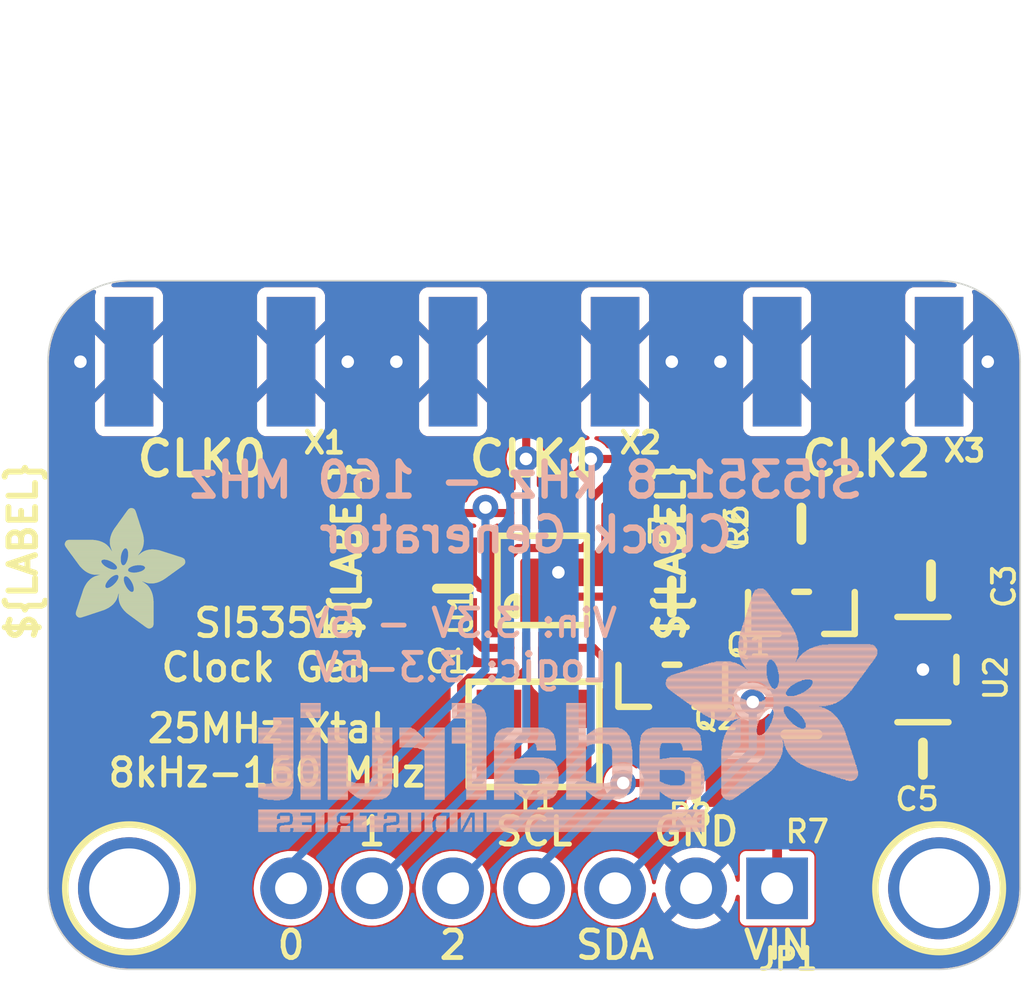
<source format=kicad_pcb>
(kicad_pcb (version 20221018) (generator pcbnew)
  (layers (0 "F.Cu" signal) (31 "B.Cu" signal) (34 "B.Paste" user) (35 "F.Paste" user) (36 "B.SilkS" user "B.Silkscreen") (37 "F.SilkS" user "F.Silkscreen") (38 "B.Mask" user) (39 "F.Mask" user) (44 "Edge.Cuts" user))
  (net 0 "")
  (net 1 "N$1")
  (net 2 "N$2")
  (net 3 "GND")
  (net 4 "CLK2")
  (net 5 "CLK1")
  (net 6 "CLK0")
  (net 7 "VDD")
  (net 8 "SCL_3V")
  (net 9 "SDA_3V")
  (net 10 "SDA_5V")
  (net 11 "SCL_5V")
  (net 12 "VIN")
  (footprint "working:SOT23-WIDE" (layer "F.Cu") (at 152.8191 106.9086 180)
    (fp_text reference "Q2" (at -2.159 -1.016) (layer "F.SilkS") (effects (font (size 0.692831 0.692831) (thickness 0.119969)) (justify right)))
    (fp_text value "BSS138")
    (pad "1" smd rect (at -0.95 1 180) (size 1 1.2) (layers "F.Cu" "F.Paste" "F.Mask") (net 7 "VDD"))
    (pad "2" smd rect (at 0.95 1 180) (size 1 1.2) (layers "F.Cu" "F.Paste" "F.Mask") (net 8 "SCL_3V"))
    (pad "3" smd rect (at 0 -1 180) (size 1 1.2) (layers "F.Cu" "F.Paste" "F.Mask") (net 11 "SCL_5V"))
  )
  (footprint "working:SMA_EDGELAUNCH" (layer "F.Cu") (at 138.3411 94.7166 -90)
    (fp_text reference "X1" (at 4.572 -4.318) (layer "F.SilkS") (effects (font (size 0.662838 0.662838) (thickness 0.149962)) (justify right)))
    (fp_text value "")
    (fp_text user "${LABEL}" (at 5.08 6.35 -90) (layer "F.SilkS") (effects (font (size 0.83312 0.83312) (thickness 0.18288)) (justify right top)))
    (pad "GND@1" smd rect (at 2.032 2.54) (size 1.524 4.064) (layers "F.Cu" "F.Mask") (net 3 "GND"))
    (pad "GND@2" smd rect (at 2.032 -2.54) (size 1.524 4.064) (layers "F.Cu" "F.Mask") (net 3 "GND"))
    (pad "GND@3" smd rect (at 2.032 -2.54) (size 1.524 4.064) (layers "B.Cu" "B.Mask") (net 3 "GND"))
    (pad "GND@4" smd rect (at 2.032 2.54) (size 1.524 4.064) (layers "B.Cu" "B.Mask") (net 3 "GND"))
    (pad "P" smd rect (at 2.032 0) (size 1.27 4.064) (layers "F.Cu" "F.Mask") (net 6 "CLK0"))
  )
  (footprint "working:0805-NO" (layer "F.Cu") (at 152.8191 104.1146)
    (fp_text reference "R5" (at 0.5715 -2.032) (layer "F.SilkS") (effects (font (size 0.692831 0.692831) (thickness 0.119969)) (justify right)))
    (fp_text value "10K")
    (pad "1" smd rect (at -0.95 0) (size 1.3 1.5) (layers "F.Cu" "F.Paste" "F.Mask") (net 8 "SCL_3V"))
    (pad "2" smd rect (at 0.95 0) (size 1.3 1.5) (layers "F.Cu" "F.Paste" "F.Mask") (net 7 "VDD"))
  )
  (footprint "working:0805-NO" (layer "F.Cu") (at 152.8191 102.0826 180)
    (fp_text reference "C2" (at -2.032 0.8255 90) (layer "F.SilkS") (effects (font (size 0.692831 0.692831) (thickness 0.119969)) (justify right)))
    (fp_text value "0.47uF")
    (pad "1" smd rect (at -0.95 0 180) (size 1.3 1.5) (layers "F.Cu" "F.Paste" "F.Mask") (net 7 "VDD"))
    (pad "2" smd rect (at 0.95 0 180) (size 1.3 1.5) (layers "F.Cu" "F.Paste" "F.Mask") (net 3 "GND"))
  )
  (footprint "working:ADAFRUIT_3.5MM" (layer "F.Cu") (at 133.7691 105.1306)
    (fp_text reference "U$12" hide)
    (fp_text value "" hide)
  )
  (footprint "working:0805-NO" (layer "F.Cu") (at 156.8831 101.8286)
    (fp_text reference "R6" (at -2.032 0.8255 90) (layer "F.SilkS") (effects (font (size 0.692831 0.692831) (thickness 0.119969)) (justify left)))
    (fp_text value "10K")
    (pad "1" smd rect (at -0.95 0) (size 1.3 1.5) (layers "F.Cu" "F.Paste" "F.Mask") (net 9 "SDA_3V"))
    (pad "2" smd rect (at 0.95 0) (size 1.3 1.5) (layers "F.Cu" "F.Paste" "F.Mask") (net 7 "VDD"))
  )
  (footprint "working:FIDUCIAL_1MM" (layer "F.Cu") (at 162.2171 101.3206 180)
    (fp_text reference "FID1" hide)
    (fp_text value "FIDUCIAL\"\"" hide)
    (pad "1" smd roundrect (at 0 0 180) (size 1 1) (layers "F.Cu" "F.Mask") (roundrect_rratio 0.5))
  )
  (footprint "working:CRYSTAL_3.2X2.5" (layer "F.Cu") (at 148.5011 108.4326 180)
    (fp_text reference "Y1" (at -0.762 -2.032) (layer "F.SilkS") (effects (font (size 0.692831 0.692831) (thickness 0.119969)) (justify right)))
    (fp_text value "25MHz")
    (pad "1" smd rect (at -1.1 0.8 180) (size 1.4 1.2) (layers "F.Cu" "F.Paste" "F.Mask") (net 1 "N$1"))
    (pad "2" smd rect (at 1.1 -0.8 180) (size 1.4 1.2) (layers "F.Cu" "F.Paste" "F.Mask") (net 2 "N$2"))
    (pad "GND1" smd rect (at -1.1 -0.8 180) (size 1.4 1.2) (layers "F.Cu" "F.Paste" "F.Mask"))
    (pad "GND2" smd rect (at 1.1 0.8 180) (size 1.4 1.2) (layers "F.Cu" "F.Paste" "F.Mask"))
  )
  (footprint "working:SMA_EDGELAUNCH" (layer "F.Cu") (at 148.5011 94.7166 -90)
    (fp_text reference "X2" (at 4.572 -4.064) (layer "F.SilkS") (effects (font (size 0.662838 0.662838) (thickness 0.149962)) (justify right)))
    (fp_text value "")
    (fp_text user "${LABEL}" (at 5.08 6.35 -90) (layer "F.SilkS") (effects (font (size 0.83312 0.83312) (thickness 0.18288)) (justify right top)))
    (pad "GND@1" smd rect (at 2.032 2.54) (size 1.524 4.064) (layers "F.Cu" "F.Mask") (net 3 "GND"))
    (pad "GND@2" smd rect (at 2.032 -2.54) (size 1.524 4.064) (layers "F.Cu" "F.Mask") (net 3 "GND"))
    (pad "GND@3" smd rect (at 2.032 -2.54) (size 1.524 4.064) (layers "B.Cu" "B.Mask") (net 3 "GND"))
    (pad "GND@4" smd rect (at 2.032 2.54) (size 1.524 4.064) (layers "B.Cu" "B.Mask") (net 3 "GND"))
    (pad "P" smd rect (at 2.032 0) (size 1.27 4.064) (layers "F.Cu" "F.Mask") (net 5 "CLK1"))
  )
  (footprint "working:0805-NO" (layer "F.Cu") (at 156.8831 108.4326 -90)
    (fp_text reference "R7" (at 3.048 0.5715) (layer "F.SilkS") (effects (font (size 0.692831 0.692831) (thickness 0.119969)) (justify left)))
    (fp_text value "10K")
    (pad "1" smd rect (at -0.95 0 270) (size 1.3 1.5) (layers "F.Cu" "F.Paste" "F.Mask") (net 10 "SDA_5V"))
    (pad "2" smd rect (at 0.95 0 270) (size 1.3 1.5) (layers "F.Cu" "F.Paste" "F.Mask") (net 12 "VIN"))
  )
  (footprint "working:MSOP10" (layer "F.Cu") (at 148.7551 103.6066)
    (fp_text reference "U1" (at -2.54 0.254 90) (layer "F.SilkS") (effects (font (size 0.692831 0.692831) (thickness 0.119969)) (justify right)))
    (fp_text value "Si5351A-B-GT")
    (pad "1" smd rect (at -1 2.1131) (size 0.25 1) (layers "F.Cu" "F.Paste" "F.Mask") (net 7 "VDD"))
    (pad "2" smd rect (at -0.5 2.1131) (size 0.25 1) (layers "F.Cu" "F.Paste" "F.Mask") (net 2 "N$2"))
    (pad "3" smd rect (at 0 2.1131) (size 0.25 1) (layers "F.Cu" "F.Paste" "F.Mask") (net 1 "N$1"))
    (pad "4" smd rect (at 0.5 2.1131) (size 0.25 1) (layers "F.Cu" "F.Paste" "F.Mask") (net 8 "SCL_3V"))
    (pad "5" smd rect (at 1 2.1131) (size 0.25 1) (layers "F.Cu" "F.Paste" "F.Mask") (net 9 "SDA_3V"))
    (pad "6" smd rect (at 1 -2.1131 180) (size 0.25 1) (layers "F.Cu" "F.Paste" "F.Mask") (net 4 "CLK2"))
    (pad "7" smd rect (at 0.5 -2.1131 180) (size 0.25 1) (layers "F.Cu" "F.Paste" "F.Mask") (net 7 "VDD"))
    (pad "8" smd rect (at 0 -2.1131 180) (size 0.25 1) (layers "F.Cu" "F.Paste" "F.Mask") (net 3 "GND"))
    (pad "9" smd rect (at -0.5 -2.1131 180) (size 0.25 1) (layers "F.Cu" "F.Paste" "F.Mask") (net 5 "CLK1"))
    (pad "10" smd rect (at -1 -2.1131 180) (size 0.25 1) (layers "F.Cu" "F.Paste" "F.Mask") (net 6 "CLK0"))
  )
  (footprint "working:0805-NO" (layer "F.Cu") (at 160.6931 109.1946)
    (fp_text reference "C5" (at 0.5715 1.27) (layer "F.SilkS") (effects (font (size 0.692831 0.692831) (thickness 0.119969)) (justify right)))
    (fp_text value "10µF")
    (pad "1" smd rect (at -0.95 0) (size 1.3 1.5) (layers "F.Cu" "F.Paste" "F.Mask") (net 12 "VIN"))
    (pad "2" smd rect (at 0.95 0) (size 1.3 1.5) (layers "F.Cu" "F.Paste" "F.Mask") (net 3 "GND"))
  )
  (footprint "working:0805-NO" (layer "F.Cu") (at 153.5811 109.9566)
    (fp_text reference "R8" (at 0.5715 1.016) (layer "F.SilkS") (effects (font (size 0.692831 0.692831) (thickness 0.119969)) (justify right)))
    (fp_text value "10K")
    (pad "1" smd rect (at -0.95 0) (size 1.3 1.5) (layers "F.Cu" "F.Paste" "F.Mask") (net 11 "SCL_5V"))
    (pad "2" smd rect (at 0.95 0) (size 1.3 1.5) (layers "F.Cu" "F.Paste" "F.Mask") (net 12 "VIN"))
  )
  (footprint "working:MOUNTINGHOLE_2.5_PLATED" (layer "F.Cu") (at 135.8011 113.2586 180)
    (fp_text reference "U$11" hide)
    (fp_text value "MOUNTINGHOLE2.5" hide)
    (pad "P$1" thru_hole circle (at 0 0 180) (size 3.2 3.2) (drill 2.5) (layers "*.Cu" "*.Mask"))
    (zone (net 0) (net_name "") (layer "F.Cu") (connect_pads (clearance 0)) (min_thickness 0.25)
      (keepout (tracks not_allowed) (vias not_allowed) (pads not_allowed) (copperpour not_allowed) (footprints allowed))
      (fill (thermal_gap 0.5) (thermal_bridge_width 0.5))
      (polygon (pts (xy 133.7851 113.2586) (xy 133.80472 113.539173) (xy 133.863196 113.814285) (xy 133.959392 114.078581) (xy 134.091435 114.326917) (xy 134.256754 114.55446) (xy 134.452133 114.75678) (xy 134.673767 114.92994) (xy 134.917344 115.070569) (xy 135.178122 115.17593) (xy 135.451025 115.243972) (xy 135.730743 115.273372) (xy 136.011829 115.263556) (xy 136.288815 115.214716) (xy 136.556307 115.127803) (xy 136.8091 115.004507) (xy 137.042274 114.84723) (xy 137.251289 114.659031) (xy 137.432078 114.443575) (xy 137.581122 114.205055) (xy 137.69552 113.948113) (xy 137.773046 113.67775) (xy 137.812189 113.399229) (xy 137.812189 113.117971) (xy 137.773046 112.83945) (xy 137.69552 112.569087) (xy 137.581122 112.312145) (xy 137.432078 112.073625) (xy 137.251289 111.858169) (xy 137.042274 111.66997) (xy 136.8091 111.512693) (xy 136.556307 111.389397) (xy 136.288815 111.302484) (xy 136.011829 111.253644) (xy 135.730743 111.243828) (xy 135.451025 111.273228) (xy 135.178122 111.34127) (xy 134.917344 111.446631) (xy 134.673767 111.58726) (xy 134.452133 111.76042) (xy 134.256754 111.96274) (xy 134.091435 112.190283) (xy 133.959392 112.438619) (xy 133.863196 112.702915) (xy 133.80472 112.978027)))
      (polygon (pts (xy 135.8171 113.2586) (xy 135.812414 113.247286) (xy 135.8011 113.2426) (xy 135.789786 113.247286) (xy 135.7851 113.2586) (xy 135.789786 113.269914) (xy 135.8011 113.2746) (xy 135.812414 113.269914)))
    )
    (zone (net 0) (net_name "") (layer "B.Cu") (connect_pads (clearance 0)) (min_thickness 0.25)
      (keepout (tracks not_allowed) (vias not_allowed) (pads not_allowed) (copperpour not_allowed) (footprints allowed))
      (fill (thermal_gap 0.5) (thermal_bridge_width 0.5))
      (polygon (pts (xy 133.7851 113.2586) (xy 133.80472 113.539173) (xy 133.863196 113.814285) (xy 133.959392 114.078581) (xy 134.091435 114.326917) (xy 134.256754 114.55446) (xy 134.452133 114.75678) (xy 134.673767 114.92994) (xy 134.917344 115.070569) (xy 135.178122 115.17593) (xy 135.451025 115.243972) (xy 135.730743 115.273372) (xy 136.011829 115.263556) (xy 136.288815 115.214716) (xy 136.556307 115.127803) (xy 136.8091 115.004507) (xy 137.042274 114.84723) (xy 137.251289 114.659031) (xy 137.432078 114.443575) (xy 137.581122 114.205055) (xy 137.69552 113.948113) (xy 137.773046 113.67775) (xy 137.812189 113.399229) (xy 137.812189 113.117971) (xy 137.773046 112.83945) (xy 137.69552 112.569087) (xy 137.581122 112.312145) (xy 137.432078 112.073625) (xy 137.251289 111.858169) (xy 137.042274 111.66997) (xy 136.8091 111.512693) (xy 136.556307 111.389397) (xy 136.288815 111.302484) (xy 136.011829 111.253644) (xy 135.730743 111.243828) (xy 135.451025 111.273228) (xy 135.178122 111.34127) (xy 134.917344 111.446631) (xy 134.673767 111.58726) (xy 134.452133 111.76042) (xy 134.256754 111.96274) (xy 134.091435 112.190283) (xy 133.959392 112.438619) (xy 133.863196 112.702915) (xy 133.80472 112.978027)))
      (polygon (pts (xy 135.8171 113.2586) (xy 135.812414 113.247286) (xy 135.8011 113.2426) (xy 135.789786 113.247286) (xy 135.7851 113.2586) (xy 135.789786 113.269914) (xy 135.8011 113.2746) (xy 135.812414 113.269914)))
    )
  )
  (footprint "working:0805-NO" (layer "F.Cu") (at 160.9471 103.6066 180)
    (fp_text reference "C3" (at -2.286 0.5715 90) (layer "F.SilkS") (effects (font (size 0.692831 0.692831) (thickness 0.119969)) (justify right)))
    (fp_text value "10µF")
    (pad "1" smd rect (at -0.95 0 180) (size 1.3 1.5) (layers "F.Cu" "F.Paste" "F.Mask") (net 7 "VDD"))
    (pad "2" smd rect (at 0.95 0 180) (size 1.3 1.5) (layers "F.Cu" "F.Paste" "F.Mask") (net 3 "GND"))
  )
  (footprint "working:SMA_EDGELAUNCH" (layer "F.Cu") (at 158.6611 94.7166 -90)
    (fp_text reference "X3" (at 4.826 -4.064) (layer "F.SilkS") (effects (font (size 0.662838 0.662838) (thickness 0.149962)) (justify right)))
    (fp_text value "")
    (fp_text user "${LABEL}" (at 5.08 6.35 -90) (layer "F.SilkS") (effects (font (size 0.83312 0.83312) (thickness 0.18288)) (justify right top)))
    (pad "GND@1" smd rect (at 2.032 2.54) (size 1.524 4.064) (layers "F.Cu" "F.Mask") (net 3 "GND"))
    (pad "GND@2" smd rect (at 2.032 -2.54) (size 1.524 4.064) (layers "F.Cu" "F.Mask") (net 3 "GND"))
    (pad "GND@3" smd rect (at 2.032 -2.54) (size 1.524 4.064) (layers "B.Cu" "B.Mask") (net 3 "GND"))
    (pad "GND@4" smd rect (at 2.032 2.54) (size 1.524 4.064) (layers "B.Cu" "B.Mask") (net 3 "GND"))
    (pad "P" smd rect (at 2.032 0) (size 1.27 4.064) (layers "F.Cu" "F.Mask") (net 4 "CLK2"))
  )
  (footprint "working:SOT23-WIDE" (layer "F.Cu") (at 156.8831 104.6226 180)
    (fp_text reference "Q1" (at 0.889 -1.016) (layer "F.SilkS") (effects (font (size 0.692831 0.692831) (thickness 0.119969)) (justify right)))
    (fp_text value "BSS138")
    (pad "1" smd rect (at -0.95 1 180) (size 1 1.2) (layers "F.Cu" "F.Paste" "F.Mask") (net 7 "VDD"))
    (pad "2" smd rect (at 0.95 1 180) (size 1 1.2) (layers "F.Cu" "F.Paste" "F.Mask") (net 9 "SDA_3V"))
    (pad "3" smd rect (at 0 -1 180) (size 1 1.2) (layers "F.Cu" "F.Paste" "F.Mask") (net 10 "SDA_5V"))
  )
  (footprint "working:FIDUCIAL_1MM" (layer "F.Cu") (at 138.8491 114.5286 180)
    (fp_text reference "FID2" hide)
    (fp_text value "FIDUCIAL\"\"" hide)
    (pad "1" smd roundrect (at 0 0 180) (size 1 1) (layers "F.Cu" "F.Mask") (roundrect_rratio 0.5))
  )
  (footprint "working:MOUNTINGHOLE_2.5_PLATED" (layer "F.Cu") (at 161.2011 113.2586 180)
    (fp_text reference "U$10" hide)
    (fp_text value "MOUNTINGHOLE2.5" hide)
    (pad "P$1" thru_hole circle (at 0 0 180) (size 3.2 3.2) (drill 2.5) (layers "*.Cu" "*.Mask"))
    (zone (net 0) (net_name "") (layer "F.Cu") (connect_pads (clearance 0)) (min_thickness 0.25)
      (keepout (tracks not_allowed) (vias not_allowed) (pads not_allowed) (copperpour not_allowed) (footprints allowed))
      (fill (thermal_gap 0.5) (thermal_bridge_width 0.5))
      (polygon (pts (xy 159.1851 113.2586) (xy 159.20472 113.539173) (xy 159.263196 113.814285) (xy 159.359392 114.078581) (xy 159.491435 114.326917) (xy 159.656754 114.55446) (xy 159.852133 114.75678) (xy 160.073767 114.92994) (xy 160.317344 115.070569) (xy 160.578122 115.17593) (xy 160.851025 115.243972) (xy 161.130743 115.273372) (xy 161.411829 115.263556) (xy 161.688815 115.214716) (xy 161.956307 115.127803) (xy 162.2091 115.004507) (xy 162.442274 114.84723) (xy 162.651289 114.659031) (xy 162.832078 114.443575) (xy 162.981122 114.205055) (xy 163.09552 113.948113) (xy 163.173046 113.67775) (xy 163.212189 113.399229) (xy 163.212189 113.117971) (xy 163.173046 112.83945) (xy 163.09552 112.569087) (xy 162.981122 112.312145) (xy 162.832078 112.073625) (xy 162.651289 111.858169) (xy 162.442274 111.66997) (xy 162.2091 111.512693) (xy 161.956307 111.389397) (xy 161.688815 111.302484) (xy 161.411829 111.253644) (xy 161.130743 111.243828) (xy 160.851025 111.273228) (xy 160.578122 111.34127) (xy 160.317344 111.446631) (xy 160.073767 111.58726) (xy 159.852133 111.76042) (xy 159.656754 111.96274) (xy 159.491435 112.190283) (xy 159.359392 112.438619) (xy 159.263196 112.702915) (xy 159.20472 112.978027)))
      (polygon (pts (xy 161.2171 113.2586) (xy 161.212414 113.247286) (xy 161.2011 113.2426) (xy 161.189786 113.247286) (xy 161.1851 113.2586) (xy 161.189786 113.269914) (xy 161.2011 113.2746) (xy 161.212414 113.269914)))
    )
    (zone (net 0) (net_name "") (layer "B.Cu") (connect_pads (clearance 0)) (min_thickness 0.25)
      (keepout (tracks not_allowed) (vias not_allowed) (pads not_allowed) (copperpour not_allowed) (footprints allowed))
      (fill (thermal_gap 0.5) (thermal_bridge_width 0.5))
      (polygon (pts (xy 159.1851 113.2586) (xy 159.20472 113.539173) (xy 159.263196 113.814285) (xy 159.359392 114.078581) (xy 159.491435 114.326917) (xy 159.656754 114.55446) (xy 159.852133 114.75678) (xy 160.073767 114.92994) (xy 160.317344 115.070569) (xy 160.578122 115.17593) (xy 160.851025 115.243972) (xy 161.130743 115.273372) (xy 161.411829 115.263556) (xy 161.688815 115.214716) (xy 161.956307 115.127803) (xy 162.2091 115.004507) (xy 162.442274 114.84723) (xy 162.651289 114.659031) (xy 162.832078 114.443575) (xy 162.981122 114.205055) (xy 163.09552 113.948113) (xy 163.173046 113.67775) (xy 163.212189 113.399229) (xy 163.212189 113.117971) (xy 163.173046 112.83945) (xy 163.09552 112.569087) (xy 162.981122 112.312145) (xy 162.832078 112.073625) (xy 162.651289 111.858169) (xy 162.442274 111.66997) (xy 162.2091 111.512693) (xy 161.956307 111.389397) (xy 161.688815 111.302484) (xy 161.411829 111.253644) (xy 161.130743 111.243828) (xy 160.851025 111.273228) (xy 160.578122 111.34127) (xy 160.317344 111.446631) (xy 160.073767 111.58726) (xy 159.852133 111.76042) (xy 159.656754 111.96274) (xy 159.491435 112.190283) (xy 159.359392 112.438619) (xy 159.263196 112.702915) (xy 159.20472 112.978027)))
      (polygon (pts (xy 161.2171 113.2586) (xy 161.212414 113.247286) (xy 161.2011 113.2426) (xy 161.189786 113.247286) (xy 161.1851 113.2586) (xy 161.189786 113.269914) (xy 161.2011 113.2746) (xy 161.212414 113.269914)))
    )
  )
  (footprint "working:0805-NO" (layer "F.Cu") (at 145.9611 103.8606 90)
    (fp_text reference "C1" (at -2.286 0.5715) (layer "F.SilkS") (effects (font (size 0.692831 0.692831) (thickness 0.119969)) (justify right)))
    (fp_text value "0.47uF")
    (pad "1" smd rect (at -0.95 0 90) (size 1.3 1.5) (layers "F.Cu" "F.Paste" "F.Mask") (net 7 "VDD"))
    (pad "2" smd rect (at 0.95 0 90) (size 1.3 1.5) (layers "F.Cu" "F.Paste" "F.Mask") (net 3 "GND"))
  )
  (footprint "working:1X07_ROUND_76" (layer "F.Cu") (at 148.5011 113.2586 180)
    (fp_text reference "JP1" (at -8.9662 -1.8288 180) (layer "F.SilkS") (effects (font (size 0.666496 0.666496) (thickness 0.146304)) (justify right top)))
    (fp_text value "")
    (pad "1" thru_hole rect (at -7.62 0 270) (size 1.9304 1.9304) (drill 1) (layers "*.Cu" "*.Mask") (net 12 "VIN"))
    (pad "2" thru_hole circle (at -5.08 0 270) (size 1.9304 1.9304) (drill 1) (layers "*.Cu" "*.Mask") (net 3 "GND"))
    (pad "3" thru_hole circle (at -2.54 0 270) (size 1.9304 1.9304) (drill 1) (layers "*.Cu" "*.Mask") (net 10 "SDA_5V"))
    (pad "4" thru_hole circle (at 0 0 270) (size 1.9304 1.9304) (drill 1) (layers "*.Cu" "*.Mask") (net 11 "SCL_5V"))
    (pad "5" thru_hole circle (at 2.54 0 270) (size 1.9304 1.9304) (drill 1) (layers "*.Cu" "*.Mask") (net 4 "CLK2"))
    (pad "6" thru_hole circle (at 5.08 0 270) (size 1.9304 1.9304) (drill 1) (layers "*.Cu" "*.Mask") (net 5 "CLK1"))
    (pad "7" thru_hole circle (at 7.62 0 270) (size 1.9304 1.9304) (drill 1) (layers "*.Cu" "*.Mask") (net 6 "CLK0"))
  )
  (footprint "working:SOT23-5" (layer "F.Cu") (at 160.6931 106.4006 -90)
    (fp_text reference "U2" (at -0.508 -2.286 90) (layer "F.SilkS") (effects (font (size 0.692831 0.692831) (thickness 0.119969)) (justify right)))
    (fp_text value "RT9193")
    (pad "1" smd rect (at -0.95 1.3001 270) (size 0.55 1.2) (layers "F.Cu" "F.Paste" "F.Mask") (net 12 "VIN"))
    (pad "2" smd rect (at 0 1.3001 270) (size 0.55 1.2) (layers "F.Cu" "F.Paste" "F.Mask") (net 3 "GND"))
    (pad "3" smd rect (at 0.95 1.3001 270) (size 0.55 1.2) (layers "F.Cu" "F.Paste" "F.Mask") (net 12 "VIN"))
    (pad "4" smd rect (at 0.95 -1.3001 270) (size 0.55 1.2) (layers "F.Cu" "F.Paste" "F.Mask"))
    (pad "5" smd rect (at -0.95 -1.3001 270) (size 0.55 1.2) (layers "F.Cu" "F.Paste" "F.Mask") (net 7 "VDD"))
  )
  (footprint "working:ADAFRUIT_TEXT_20MM" (layer "B.Cu") (at 159.4231 111.4806 180)
    (fp_text reference "U$23" hide)
    (fp_text value "" hide)
  )
  (gr_arc (start 133.2611 96.7486) (mid 134.005049 94.952549) (end 135.8011 94.2086) (stroke (width 0.05)) (layer "Edge.Cuts"))
  (gr_line (start 161.2011 115.7986) (end 135.8011 115.7986) (stroke (width 0.05)) (layer "Edge.Cuts"))
  (gr_line (start 163.7411 96.7486) (end 163.7411 113.2586) (stroke (width 0.05)) (layer "Edge.Cuts"))
  (gr_arc (start 161.2011 94.2086) (mid 162.997151 94.952549) (end 163.7411 96.7486) (stroke (width 0.05)) (layer "Edge.Cuts"))
  (gr_arc (start 135.8011 115.7986) (mid 134.005049 115.054651) (end 133.2611 113.2586) (stroke (width 0.05)) (layer "Edge.Cuts"))
  (gr_line (start 133.2611 113.2586) (end 133.2611 96.7486) (stroke (width 0.05)) (layer "Edge.Cuts"))
  (gr_arc (start 163.7411 113.2586) (mid 162.997151 115.054651) (end 161.2011 115.7986) (stroke (width 0.05)) (layer "Edge.Cuts"))
  (gr_line (start 135.8011 94.2086) (end 161.2011 94.2086) (stroke (width 0.05)) (layer "Edge.Cuts"))
  (gr_text "Si5351 8 kHz - 160 MHz\nClock Generator" (at 148.2471 101.3206) (layer "B.SilkS") (effects (font (size 1.0668 1.0668) (thickness 0.2032)) (justify mirror)))
  (gr_text "Vin: 3.3V - 5V\nLogic: 3.3-5V" (at 146.2151 105.6386) (layer "B.SilkS") (effects (font (size 0.8636 0.8636) (thickness 0.1524)) (justify mirror)))
  (gr_text "GND" (at 153.5811 111.4806) (layer "F.SilkS") (effects (font (size 0.8636 0.8636) (thickness 0.1524))))
  (gr_text "CLK1" (at 148.5011 99.7966) (layer "F.SilkS") (effects (font (size 1.0668 1.0668) (thickness 0.2032))))
  (gr_text "CLK2" (at 158.9151 99.7966) (layer "F.SilkS") (effects (font (size 1.0668 1.0668) (thickness 0.2032))))
  (gr_text "SCL" (at 148.5011 111.4806) (layer "F.SilkS") (effects (font (size 0.8636 0.8636) (thickness 0.1524))))
  (gr_text "CLK0" (at 138.0871 99.7966) (layer "F.SilkS") (effects (font (size 1.0668 1.0668) (thickness 0.2032))))
  (gr_text "SI5351\nClock Gen" (at 140.1191 105.6386) (layer "F.SilkS") (effects (font (size 0.8636 0.8636) (thickness 0.1524))))
  (gr_text "2" (at 145.9611 115.0366) (layer "F.SilkS") (effects (font (size 0.8636 0.8636) (thickness 0.1524))))
  (gr_text "1" (at 143.4211 111.4806) (layer "F.SilkS") (effects (font (size 0.8636 0.8636) (thickness 0.1524))))
  (gr_text "25MHz Xtal\n8kHz-160 MHz" (at 140.1191 108.9406) (layer "F.SilkS") (effects (font (size 0.8636 0.8636) (thickness 0.1524))))
  (gr_text "SDA" (at 151.0411 115.0366) (layer "F.SilkS") (effects (font (size 0.8636 0.8636) (thickness 0.1524))))
  (gr_text "0" (at 140.8811 115.0366) (layer "F.SilkS") (effects (font (size 0.8636 0.8636) (thickness 0.1524))))
  (gr_text "VIN" (at 156.1211 115.0366) (layer "F.SilkS") (effects (font (size 0.8636 0.8636) (thickness 0.1524))))
  (segment (start 148.7551 105.7197) (end 148.7551 106.7866) (width 0.254) (layer "F.Cu") (net 1))
  (segment (start 148.7551 106.7866) (end 149.6011 107.6326) (width 0.254) (layer "F.Cu") (net 1))
  (segment (start 147.9931 106.6546) (end 146.4691 106.6546) (width 0.254) (layer "F.Cu") (net 2))
  (segment (start 146.2151 106.9086) (end 146.2151 108.9406) (width 0.254) (layer "F.Cu") (net 2))
  (segment (start 147.3631 109.1946) (end 147.4011 109.2326) (width 0.254) (layer "F.Cu") (net 2))
  (segment (start 146.2151 108.9406) (end 146.4691 109.1946) (width 0.254) (layer "F.Cu") (net 2))
  (segment (start 146.4691 106.6546) (end 146.2151 106.9086) (width 0.254) (layer "F.Cu") (net 2))
  (segment (start 148.2551 105.7197) (end 148.2551 106.3926) (width 0.254) (layer "F.Cu") (net 2))
  (segment (start 146.4691 109.1946) (end 147.3631 109.1946) (width 0.254) (layer "F.Cu") (net 2))
  (segment (start 148.2551 106.3926) (end 147.9931 106.6546) (width 0.254) (layer "F.Cu") (net 2))
  (via (at 152.8191 96.7486) (size 0.8001) (drill 0.3937) (layers "F.Cu" "B.Cu") (net 3))
  (via (at 149.2631 103.3526) (size 0.8001) (drill 0.3937) (layers "F.Cu" "B.Cu") (net 3))
  (via (at 160.6931 106.4006) (size 0.8001) (drill 0.3937) (layers "F.Cu" "B.Cu") (net 3))
  (via (at 142.6591 96.7486) (size 0.8001) (drill 0.3937) (layers "F.Cu" "B.Cu") (net 3))
  (via (at 144.1831 96.7486) (size 0.8001) (drill 0.3937) (layers "F.Cu" "B.Cu") (net 3))
  (via (at 134.2771 96.7486) (size 0.8001) (drill 0.3937) (layers "F.Cu" "B.Cu") (net 3))
  (via (at 162.7251 96.7486) (size 0.8001) (drill 0.3937) (layers "F.Cu" "B.Cu") (net 3))
  (via (at 154.3431 96.7486) (size 0.8001) (drill 0.3937) (layers "F.Cu" "B.Cu") (net 3))
  (segment (start 158.6611 99.2886) (end 158.6611 96.7486) (width 0.254) (layer "F.Cu") (net 4))
  (segment (start 150.2791 99.7966) (end 158.1531 99.7966) (width 0.254) (layer "F.Cu") (net 4))
  (segment (start 149.7551 101.4935) (end 149.7551 100.3206) (width 0.254) (layer "F.Cu") (net 4))
  (segment (start 158.1531 99.7966) (end 158.6611 99.2886) (width 0.254) (layer "F.Cu") (net 4))
  (segment (start 149.7551 100.3206) (end 150.2791 99.7966) (width 0.254) (layer "F.Cu") (net 4))
  (via (at 150.2791 99.7966) (size 0.8001) (drill 0.3937) (layers "F.Cu" "B.Cu") (net 4))
  (segment (start 150.2791 108.9406) (end 150.2791 99.7966) (width 0.254) (layer "B.Cu") (net 4))
  (segment (start 145.9611 113.2586) (end 150.2791 108.9406) (width 0.254) (layer "B.Cu") (net 4))
  (segment (start 148.2471 99.7966) (end 148.2471 99.5426) (width 0.254) (layer "F.Cu") (net 5))
  (segment (start 148.2551 96.9946) (end 148.5011 96.7486) (width 0.254) (layer "F.Cu") (net 5))
  (segment (start 148.2471 99.5426) (end 148.2551 99.5426) (width 0.254) (layer "F.Cu") (net 5))
  (segment (start 148.2551 101.4935) (end 148.2551 99.5426) (width 0.254) (layer "F.Cu") (net 5))
  (segment (start 148.2551 99.5426) (end 148.2551 96.9946) (width 0.254) (layer "F.Cu") (net 5))
  (via (at 148.2471 99.7966) (size 0.8001) (drill 0.3937) (layers "F.Cu" "B.Cu") (net 5))
  (segment (start 143.4211 113.2586) (end 148.2551 108.4246) (width 0.254) (layer "B.Cu") (net 5))
  (segment (start 148.2551 99.7966) (end 148.2471 99.7966) (width 0.254) (layer "B.Cu") (net 5))
  (segment (start 148.2551 108.4246) (end 148.2551 99.7966) (width 0.254) (layer "B.Cu") (net 5))
  (segment (start 147.7551 101.4935) (end 146.7231 101.4935) (width 0.254) (layer "F.Cu") (net 6))
  (segment (start 140.038 101.4935) (end 138.3411 99.7966) (width 0.254) (layer "F.Cu") (net 6))
  (segment (start 146.7231 101.3206) (end 146.7231 101.4935) (width 0.254) (layer "F.Cu") (net 6))
  (segment (start 138.3411 99.7966) (end 138.3411 96.7486) (width 0.254) (layer "F.Cu") (net 6))
  (segment (start 146.7231 101.4935) (end 140.038 101.4935) (width 0.254) (layer "F.Cu") (net 6))
  (segment (start 146.9771 101.3206) (end 146.7231 101.3206) (width 0.254) (layer "F.Cu") (net 6))
  (via (at 146.9771 101.3206) (size 0.8001) (drill 0.3937) (layers "F.Cu" "B.Cu") (net 6))
  (segment (start 146.9771 106.4006) (end 146.9771 101.3206) (width 0.254) (layer "B.Cu") (net 6))
  (segment (start 140.8811 113.2586) (end 140.8811 112.4966) (width 0.254) (layer "B.Cu") (net 6))
  (segment (start 140.8811 112.4966) (end 146.9771 106.4006) (width 0.254) (layer "B.Cu") (net 6))
  (segment (start 161.8971 103.6066) (end 161.8971 105.4506) (width 0.3048) (layer "F.Cu") (net 7))
  (segment (start 160.6931 101.8286) (end 157.8331 101.8286) (width 0.254) (layer "F.Cu") (net 7))
  (segment (start 147.9931 102.5906) (end 147.7391 102.8446) (width 0.254) (layer "F.Cu") (net 7))
  (segment (start 161.8971 103.0326) (end 160.6931 101.8286) (width 0.3048) (layer "F.Cu") (net 7))
  (segment (start 149.2551 101.4935) (end 149.2551 102.5826) (width 0.254) (layer "F.Cu") (net 7))
  (segment (start 161.8971 105.4506) (end 161.9932 105.4506) (width 0.3048) (layer "F.Cu") (net 7))
  (segment (start 153.8351 100.3046) (end 157.6451 100.3046) (width 0.254) (layer "F.Cu") (net 7))
  (segment (start 150.2791 102.3366) (end 150.2791 101.0666) (width 0.254) (layer "F.Cu") (net 7))
  (segment (start 157.8991 100.5586) (end 157.8991 101.7626) (width 0.254) (layer "F.Cu") (net 7))
  (segment (start 153.7691 100.3706) (end 153.8351 100.3046) (width 0.254) (layer "F.Cu") (net 7))
  (segment (start 147.7391 102.8446) (end 147.7391 105.7037) (width 0.254) (layer "F.Cu") (net 7))
  (segment (start 147.7391 105.7037) (end 147.7551 105.7197) (width 0.254) (layer "F.Cu") (net 7))
  (segment (start 157.8331 101.8286) (end 157.8331 103.6226) (width 0.3048) (layer "F.Cu") (net 7))
  (segment (start 153.7691 102.0826) (end 153.7691 104.1146) (width 0.254) (layer "F.Cu") (net 7))
  (segment (start 146.8702 105.7197) (end 145.9611 104.8106) (width 0.254) (layer "F.Cu") (net 7))
  (segment (start 151.0411 100.3046) (end 153.8351 100.3046) (width 0.254) (layer "F.Cu") (net 7))
  (segment (start 147.7551 105.7197) (end 146.8702 105.7197) (width 0.254) (layer "F.Cu") (net 7))
  (segment (start 161.8971 103.6066) (end 161.8971 103.0326) (width 0.3048) (layer "F.Cu") (net 7))
  (segment (start 150.0251 102.5906) (end 150.2791 102.3366) (width 0.254) (layer "F.Cu") (net 7))
  (segment (start 153.7691 104.1146) (end 153.7691 105.9086) (width 0.254) (layer "F.Cu") (net 7))
  (segment (start 157.8991 101.7626) (end 157.8331 101.8286) (width 0.254) (layer "F.Cu") (net 7))
  (segment (start 149.2551 102.5826) (end 149.2631 102.5906) (width 0.254) (layer "F.Cu") (net 7))
  (segment (start 157.6451 100.3046) (end 157.8991 100.5586) (width 0.254) (layer "F.Cu") (net 7))
  (segment (start 150.0251 102.5906) (end 149.2631 102.5906) (width 0.254) (layer "F.Cu") (net 7))
  (segment (start 149.2631 102.5906) (end 147.9931 102.5906) (width 0.254) (layer "F.Cu") (net 7))
  (segment (start 153.7691 102.0826) (end 153.7691 100.3706) (width 0.254) (layer "F.Cu") (net 7))
  (segment (start 150.2791 101.0666) (end 151.0411 100.3046) (width 0.254) (layer "F.Cu") (net 7))
  (segment (start 149.2551 105.7197) (end 149.2551 104.6306) (width 0.254) (layer "F.Cu") (net 8))
  (segment (start 149.2551 104.6306) (end 149.7711 104.1146) (width 0.254) (layer "F.Cu") (net 8))
  (segment (start 151.8691 104.1146) (end 151.8691 105.9086) (width 0.254) (layer "F.Cu") (net 8))
  (segment (start 149.7711 104.1146) (end 151.8691 104.1146) (width 0.254) (layer "F.Cu") (net 8))
  (segment (start 155.1051 103.6066) (end 155.9171 103.6066) (width 0.254) (layer "F.Cu") (net 9))
  (segment (start 150.7871 106.1466) (end 150.7871 106.6546) (width 0.254) (layer "F.Cu") (net 9))
  (segment (start 155.9171 103.6066) (end 155.9331 103.6226) (width 0.254) (layer "F.Cu") (net 9))
  (segment (start 149.7551 105.7197) (end 150.3602 105.7197) (width 0.254) (layer "F.Cu") (net 9))
  (segment (start 151.0411 106.9086) (end 154.5971 106.9086) (width 0.254) (layer "F.Cu") (net 9))
  (segment (start 150.3602 105.7197) (end 150.7871 106.1466) (width 0.254) (layer "F.Cu") (net 9))
  (segment (start 155.9331 101.8286) (end 155.9331 103.6226) (width 0.3048) (layer "F.Cu") (net 9))
  (segment (start 154.8511 103.8606) (end 155.1051 103.6066) (width 0.254) (layer "F.Cu") (net 9))
  (segment (start 150.7871 106.6546) (end 151.0411 106.9086) (width 0.254) (layer "F.Cu") (net 9))
  (segment (start 154.5971 106.9086) (end 154.8511 106.6546) (width 0.254) (layer "F.Cu") (net 9))
  (segment (start 154.8511 106.6546) (end 154.8511 103.8606) (width 0.254) (layer "F.Cu") (net 9))
  (segment (start 156.8831 107.4826) (end 156.8171 107.4166) (width 0.3048) (layer "F.Cu") (net 10))
  (segment (start 156.8171 107.4166) (end 155.3591 107.4166) (width 0.3048) (layer "F.Cu") (net 10))
  (segment (start 156.8831 107.4826) (end 156.8831 105.6226) (width 0.3048) (layer "F.Cu") (net 10))
  (via (at 155.3591 107.4166) (size 0.8001) (drill 0.3937) (layers "F.Cu" "B.Cu") (net 10))
  (segment (start 151.0411 113.2586) (end 155.3591 108.9406) (width 0.254) (layer "B.Cu") (net 10))
  (segment (start 155.3591 108.9406) (end 155.3591 107.4166) (width 0.254) (layer "B.Cu") (net 10))
  (segment (start 152.6311 109.9566) (end 151.2951 109.9566) (width 0.254) (layer "F.Cu") (net 11))
  (segment (start 152.8191 109.7686) (end 152.6311 109.9566) (width 0.254) (layer "F.Cu") (net 11))
  (segment (start 152.8191 107.9086) (end 152.8191 109.7686) (width 0.254) (layer "F.Cu") (net 11))
  (via (at 151.2951 109.9566) (size 0.8001) (drill 0.3937) (layers "F.Cu" "B.Cu") (net 11))
  (segment (start 148.5011 112.7506) (end 151.2951 109.9566) (width 0.254) (layer "B.Cu") (net 11))
  (segment (start 148.5011 113.2586) (end 148.5011 112.7506) (width 0.254) (layer "B.Cu") (net 11))
  (segment (start 159.327 105.3846) (end 159.393 105.4506) (width 0.3048) (layer "F.Cu") (net 12))
  (segment (start 156.8831 109.3826) (end 156.1211 110.1446) (width 0.3048) (layer "F.Cu") (net 12))
  (segment (start 159.7431 109.1946) (end 159.7431 107.3506) (width 0.3048) (layer "F.Cu") (net 12))
  (segment (start 154.5971 109.9566) (end 155.1051 109.4486) (width 0.254) (layer "F.Cu") (net 12))
  (segment (start 157.0711 109.1946) (end 156.8831 109.3826) (width 0.3048) (layer "F.Cu") (net 12))
  (segment (start 156.1211 110.1446) (end 156.1211 113.2586) (width 0.3048) (layer "F.Cu") (net 12))
  (segment (start 155.1051 109.4486) (end 156.8171 109.4486) (width 0.254) (layer "F.Cu") (net 12))
  (segment (start 154.5311 109.9566) (end 154.5971 109.9566) (width 0.254) (layer "F.Cu") (net 12))
  (segment (start 159.393 107.3506) (end 158.3411 107.3506) (width 0.3048) (layer "F.Cu") (net 12))
  (segment (start 158.4071 105.3846) (end 159.327 105.3846) (width 0.3048) (layer "F.Cu") (net 12))
  (segment (start 158.3411 107.3506) (end 158.1531 107.1626) (width 0.3048) (layer "F.Cu") (net 12))
  (segment (start 159.7431 107.3506) (end 159.393 107.3506) (width 0.3048) (layer "F.Cu") (net 12))
  (segment (start 156.8171 109.4486) (end 156.8831 109.3826) (width 0.254) (layer "F.Cu") (net 12))
  (segment (start 159.7431 109.1946) (end 157.0711 109.1946) (width 0.3048) (layer "F.Cu") (net 12))
  (segment (start 158.1531 107.1626) (end 158.1531 105.6386) (width 0.3048) (layer "F.Cu") (net 12))
  (segment (start 158.1531 105.6386) (end 158.4071 105.3846) (width 0.3048) (layer "F.Cu") (net 12))
  (zone (net 3) (net_name "GND") (layer "F.Cu") (priority 6) (connect_pads (clearance 0.2032)) (min_thickness 0.127) (fill yes (thermal_gap 0.304) (thermal_bridge_width 0.304))
    (polygon (pts (xy 163.8681 115.9256) (xy 132.881585 115.9256) (xy 132.624597 94.0816) (xy 163.8681 94.0816)))
  )
  (zone (net 3) (net_name "GND") (layer "B.Cu") (priority 6) (connect_pads (clearance 0.254)) (min_thickness 0.127) (fill yes (thermal_gap 0.304) (thermal_bridge_width 0.304))
    (polygon (pts (xy 163.8681 115.9256) (xy 132.8801 115.9256) (xy 132.8801 94.0816) (xy 163.8681 94.0816)))
  )
)
</source>
